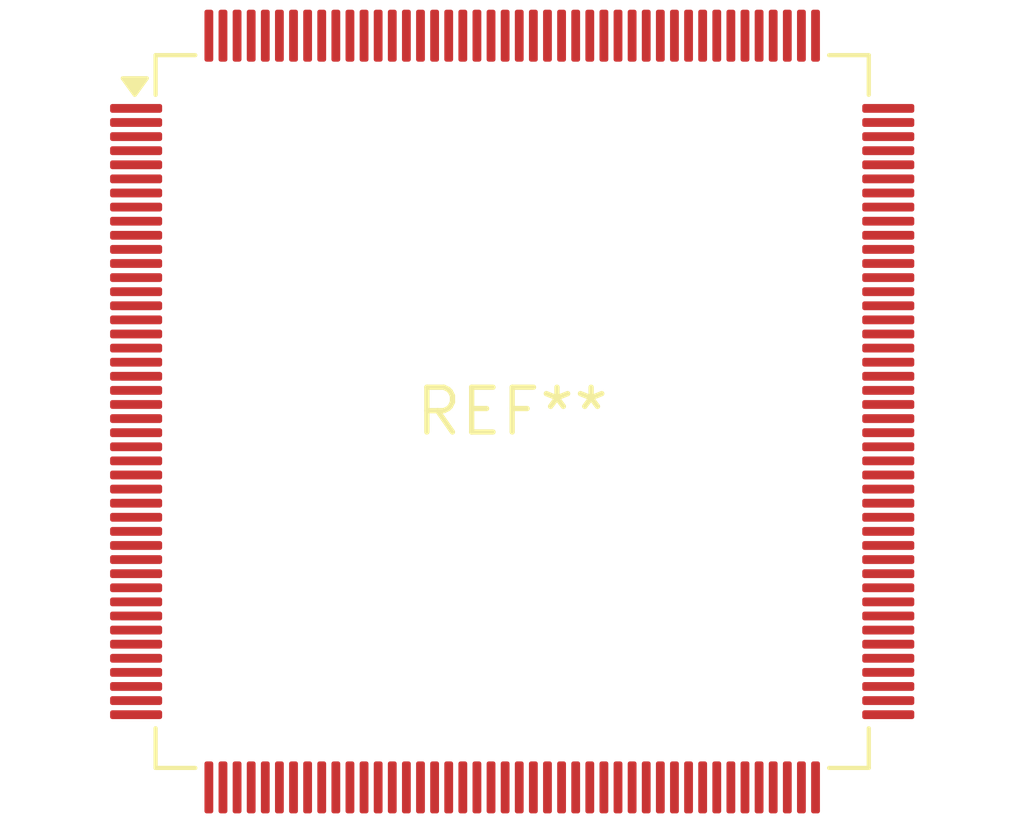
<source format=kicad_pcb>
(kicad_pcb (version 20240108) (generator pcbnew)
  (layers (0 "F.Cu" signal) (31 "B.Cu" signal) (34 "B.Paste" user) (35 "F.Paste" user) (36 "B.SilkS" user "B.Silkscreen") (37 "F.SilkS" user "F.Silkscreen") (38 "B.Mask" user) (39 "F.Mask" user) (44 "Edge.Cuts" user))
  (net 0 "")
  (footprint "VQFP-176_20x20mm_P0.4mm" (layer "F.Cu") (at 0 0)
    (property "Reference" "REF**")
    (property "Value" "VQFP-176_20x20mm_P0.4mm")
    (fp_line (start -10.11 -10.11) (end -10.11 -8.985) (layer "F.SilkS") (stroke (width 0.12)))
    (fp_line (start -10.11 10.11) (end -10.11 8.985) (layer "F.SilkS") (stroke (width 0.12)))
    (fp_line (start -8.985 -10.11) (end -10.11 -10.11) (layer "F.SilkS") (stroke (width 0.12)))
    (fp_line (start -8.985 10.11) (end -10.11 10.11) (layer "F.SilkS") (stroke (width 0.12)))
    (fp_line (start 8.985 -10.11) (end 10.11 -10.11) (layer "F.SilkS") (stroke (width 0.12)))
    (fp_line (start 8.985 10.11) (end 10.11 10.11) (layer "F.SilkS") (stroke (width 0.12)))
    (fp_line (start 10.11 -10.11) (end 10.11 -8.985) (layer "F.SilkS") (stroke (width 0.12)))
    (fp_line (start 10.11 10.11) (end 10.11 8.985) (layer "F.SilkS") (stroke (width 0.12)))
    (fp_poly (pts (xy -10.7 -8.985) (xy -11.04 -9.455) (xy -10.36 -9.455) (xy -10.7 -8.985)) (layer "F.SilkS") (stroke (width 0.12)) (fill solid))
    (pad "1" smd roundrect (at -10.6625 -8.6) (size 1.475 0.25) (layers "F.Cu" "F.Paste" "F.Mask"))
    (pad "2" smd roundrect (at -10.6625 -8.2) (size 1.475 0.25) (layers "F.Cu" "F.Paste" "F.Mask"))
    (pad "3" smd roundrect (at -10.6625 -7.8) (size 1.475 0.25) (layers "F.Cu" "F.Paste" "F.Mask"))
    (pad "4" smd roundrect (at -10.6625 -7.4) (size 1.475 0.25) (layers "F.Cu" "F.Paste" "F.Mask"))
    (pad "5" smd roundrect (at -10.6625 -7) (size 1.475 0.25) (layers "F.Cu" "F.Paste" "F.Mask"))
    (pad "6" smd roundrect (at -10.6625 -6.6) (size 1.475 0.25) (layers "F.Cu" "F.Paste" "F.Mask"))
    (pad "7" smd roundrect (at -10.6625 -6.2) (size 1.475 0.25) (layers "F.Cu" "F.Paste" "F.Mask"))
    (pad "8" smd roundrect (at -10.6625 -5.8) (size 1.475 0.25) (layers "F.Cu" "F.Paste" "F.Mask"))
    (pad "9" smd roundrect (at -10.6625 -5.4) (size 1.475 0.25) (layers "F.Cu" "F.Paste" "F.Mask"))
    (pad "10" smd roundrect (at -10.6625 -5) (size 1.475 0.25) (layers "F.Cu" "F.Paste" "F.Mask"))
    (pad "11" smd roundrect (at -10.6625 -4.6) (size 1.475 0.25) (layers "F.Cu" "F.Paste" "F.Mask"))
    (pad "12" smd roundrect (at -10.6625 -4.2) (size 1.475 0.25) (layers "F.Cu" "F.Paste" "F.Mask"))
    (pad "13" smd roundrect (at -10.6625 -3.8) (size 1.475 0.25) (layers "F.Cu" "F.Paste" "F.Mask"))
    (pad "14" smd roundrect (at -10.6625 -3.4) (size 1.475 0.25) (layers "F.Cu" "F.Paste" "F.Mask"))
    (pad "15" smd roundrect (at -10.6625 -3) (size 1.475 0.25) (layers "F.Cu" "F.Paste" "F.Mask"))
    (pad "16" smd roundrect (at -10.6625 -2.6) (size 1.475 0.25) (layers "F.Cu" "F.Paste" "F.Mask"))
    (pad "17" smd roundrect (at -10.6625 -2.2) (size 1.475 0.25) (layers "F.Cu" "F.Paste" "F.Mask"))
    (pad "18" smd roundrect (at -10.6625 -1.8) (size 1.475 0.25) (layers "F.Cu" "F.Paste" "F.Mask"))
    (pad "19" smd roundrect (at -10.6625 -1.4) (size 1.475 0.25) (layers "F.Cu" "F.Paste" "F.Mask"))
    (pad "20" smd roundrect (at -10.6625 -1) (size 1.475 0.25) (layers "F.Cu" "F.Paste" "F.Mask"))
    (pad "21" smd roundrect (at -10.6625 -0.6) (size 1.475 0.25) (layers "F.Cu" "F.Paste" "F.Mask"))
    (pad "22" smd roundrect (at -10.6625 -0.2) (size 1.475 0.25) (layers "F.Cu" "F.Paste" "F.Mask"))
    (pad "23" smd roundrect (at -10.6625 0.2) (size 1.475 0.25) (layers "F.Cu" "F.Paste" "F.Mask"))
    (pad "24" smd roundrect (at -10.6625 0.6) (size 1.475 0.25) (layers "F.Cu" "F.Paste" "F.Mask"))
    (pad "25" smd roundrect (at -10.6625 1) (size 1.475 0.25) (layers "F.Cu" "F.Paste" "F.Mask"))
    (pad "26" smd roundrect (at -10.6625 1.4) (size 1.475 0.25) (layers "F.Cu" "F.Paste" "F.Mask"))
    (pad "27" smd roundrect (at -10.6625 1.8) (size 1.475 0.25) (layers "F.Cu" "F.Paste" "F.Mask"))
    (pad "28" smd roundrect (at -10.6625 2.2) (size 1.475 0.25) (layers "F.Cu" "F.Paste" "F.Mask"))
    (pad "29" smd roundrect (at -10.6625 2.6) (size 1.475 0.25) (layers "F.Cu" "F.Paste" "F.Mask"))
    (pad "30" smd roundrect (at -10.6625 3) (size 1.475 0.25) (layers "F.Cu" "F.Paste" "F.Mask"))
    (pad "31" smd roundrect (at -10.6625 3.4) (size 1.475 0.25) (layers "F.Cu" "F.Paste" "F.Mask"))
    (pad "32" smd roundrect (at -10.6625 3.8) (size 1.475 0.25) (layers "F.Cu" "F.Paste" "F.Mask"))
    (pad "33" smd roundrect (at -10.6625 4.2) (size 1.475 0.25) (layers "F.Cu" "F.Paste" "F.Mask"))
    (pad "34" smd roundrect (at -10.6625 4.6) (size 1.475 0.25) (layers "F.Cu" "F.Paste" "F.Mask"))
    (pad "35" smd roundrect (at -10.6625 5) (size 1.475 0.25) (layers "F.Cu" "F.Paste" "F.Mask"))
    (pad "36" smd roundrect (at -10.6625 5.4) (size 1.475 0.25) (layers "F.Cu" "F.Paste" "F.Mask"))
    (pad "37" smd roundrect (at -10.6625 5.8) (size 1.475 0.25) (layers "F.Cu" "F.Paste" "F.Mask"))
    (pad "38" smd roundrect (at -10.6625 6.2) (size 1.475 0.25) (layers "F.Cu" "F.Paste" "F.Mask"))
    (pad "39" smd roundrect (at -10.6625 6.6) (size 1.475 0.25) (layers "F.Cu" "F.Paste" "F.Mask"))
    (pad "40" smd roundrect (at -10.6625 7) (size 1.475 0.25) (layers "F.Cu" "F.Paste" "F.Mask"))
    (pad "41" smd roundrect (at -10.6625 7.4) (size 1.475 0.25) (layers "F.Cu" "F.Paste" "F.Mask"))
    (pad "42" smd roundrect (at -10.6625 7.8) (size 1.475 0.25) (layers "F.Cu" "F.Paste" "F.Mask"))
    (pad "43" smd roundrect (at -10.6625 8.2) (size 1.475 0.25) (layers "F.Cu" "F.Paste" "F.Mask"))
    (pad "44" smd roundrect (at -10.6625 8.6) (size 1.475 0.25) (layers "F.Cu" "F.Paste" "F.Mask"))
    (pad "45" smd roundrect (at -8.6 10.6625) (size 0.25 1.475) (layers "F.Cu" "F.Paste" "F.Mask"))
    (pad "46" smd roundrect (at -8.2 10.6625) (size 0.25 1.475) (layers "F.Cu" "F.Paste" "F.Mask"))
    (pad "47" smd roundrect (at -7.8 10.6625) (size 0.25 1.475) (layers "F.Cu" "F.Paste" "F.Mask"))
    (pad "48" smd roundrect (at -7.4 10.6625) (size 0.25 1.475) (layers "F.Cu" "F.Paste" "F.Mask"))
    (pad "49" smd roundrect (at -7 10.6625) (size 0.25 1.475) (layers "F.Cu" "F.Paste" "F.Mask"))
    (pad "50" smd roundrect (at -6.6 10.6625) (size 0.25 1.475) (layers "F.Cu" "F.Paste" "F.Mask"))
    (pad "51" smd roundrect (at -6.2 10.6625) (size 0.25 1.475) (layers "F.Cu" "F.Paste" "F.Mask"))
    (pad "52" smd roundrect (at -5.8 10.6625) (size 0.25 1.475) (layers "F.Cu" "F.Paste" "F.Mask"))
    (pad "53" smd roundrect (at -5.4 10.6625) (size 0.25 1.475) (layers "F.Cu" "F.Paste" "F.Mask"))
    (pad "54" smd roundrect (at -5 10.6625) (size 0.25 1.475) (layers "F.Cu" "F.Paste" "F.Mask"))
    (pad "55" smd roundrect (at -4.6 10.6625) (size 0.25 1.475) (layers "F.Cu" "F.Paste" "F.Mask"))
    (pad "56" smd roundrect (at -4.2 10.6625) (size 0.25 1.475) (layers "F.Cu" "F.Paste" "F.Mask"))
    (pad "57" smd roundrect (at -3.8 10.6625) (size 0.25 1.475) (layers "F.Cu" "F.Paste" "F.Mask"))
    (pad "58" smd roundrect (at -3.4 10.6625) (size 0.25 1.475) (layers "F.Cu" "F.Paste" "F.Mask"))
    (pad "59" smd roundrect (at -3 10.6625) (size 0.25 1.475) (layers "F.Cu" "F.Paste" "F.Mask"))
    (pad "60" smd roundrect (at -2.6 10.6625) (size 0.25 1.475) (layers "F.Cu" "F.Paste" "F.Mask"))
    (pad "61" smd roundrect (at -2.2 10.6625) (size 0.25 1.475) (layers "F.Cu" "F.Paste" "F.Mask"))
    (pad "62" smd roundrect (at -1.8 10.6625) (size 0.25 1.475) (layers "F.Cu" "F.Paste" "F.Mask"))
    (pad "63" smd roundrect (at -1.4 10.6625) (size 0.25 1.475) (layers "F.Cu" "F.Paste" "F.Mask"))
    (pad "64" smd roundrect (at -1 10.6625) (size 0.25 1.475) (layers "F.Cu" "F.Paste" "F.Mask"))
    (pad "65" smd roundrect (at -0.6 10.6625) (size 0.25 1.475) (layers "F.Cu" "F.Paste" "F.Mask"))
    (pad "66" smd roundrect (at -0.2 10.6625) (size 0.25 1.475) (layers "F.Cu" "F.Paste" "F.Mask"))
    (pad "67" smd roundrect (at 0.2 10.6625) (size 0.25 1.475) (layers "F.Cu" "F.Paste" "F.Mask"))
    (pad "68" smd roundrect (at 0.6 10.6625) (size 0.25 1.475) (layers "F.Cu" "F.Paste" "F.Mask"))
    (pad "69" smd roundrect (at 1 10.6625) (size 0.25 1.475) (layers "F.Cu" "F.Paste" "F.Mask"))
    (pad "70" smd roundrect (at 1.4 10.6625) (size 0.25 1.475) (layers "F.Cu" "F.Paste" "F.Mask"))
    (pad "71" smd roundrect (at 1.8 10.6625) (size 0.25 1.475) (layers "F.Cu" "F.Paste" "F.Mask"))
    (pad "72" smd roundrect (at 2.2 10.6625) (size 0.25 1.475) (layers "F.Cu" "F.Paste" "F.Mask"))
    (pad "73" smd roundrect (at 2.6 10.6625) (size 0.25 1.475) (layers "F.Cu" "F.Paste" "F.Mask"))
    (pad "74" smd roundrect (at 3 10.6625) (size 0.25 1.475) (layers "F.Cu" "F.Paste" "F.Mask"))
    (pad "75" smd roundrect (at 3.4 10.6625) (size 0.25 1.475) (layers "F.Cu" "F.Paste" "F.Mask"))
    (pad "76" smd roundrect (at 3.8 10.6625) (size 0.25 1.475) (layers "F.Cu" "F.Paste" "F.Mask"))
    (pad "77" smd roundrect (at 4.2 10.6625) (size 0.25 1.475) (layers "F.Cu" "F.Paste" "F.Mask"))
    (pad "78" smd roundrect (at 4.6 10.6625) (size 0.25 1.475) (layers "F.Cu" "F.Paste" "F.Mask"))
    (pad "79" smd roundrect (at 5 10.6625) (size 0.25 1.475) (layers "F.Cu" "F.Paste" "F.Mask"))
    (pad "80" smd roundrect (at 5.4 10.6625) (size 0.25 1.475) (layers "F.Cu" "F.Paste" "F.Mask"))
    (pad "81" smd roundrect (at 5.8 10.6625) (size 0.25 1.475) (layers "F.Cu" "F.Paste" "F.Mask"))
    (pad "82" smd roundrect (at 6.2 10.6625) (size 0.25 1.475) (layers "F.Cu" "F.Paste" "F.Mask"))
    (pad "83" smd roundrect (at 6.6 10.6625) (size 0.25 1.475) (layers "F.Cu" "F.Paste" "F.Mask"))
    (pad "84" smd roundrect (at 7 10.6625) (size 0.25 1.475) (layers "F.Cu" "F.Paste" "F.Mask"))
    (pad "85" smd roundrect (at 7.4 10.6625) (size 0.25 1.475) (layers "F.Cu" "F.Paste" "F.Mask"))
    (pad "86" smd roundrect (at 7.8 10.6625) (size 0.25 1.475) (layers "F.Cu" "F.Paste" "F.Mask"))
    (pad "87" smd roundrect (at 8.2 10.6625) (size 0.25 1.475) (layers "F.Cu" "F.Paste" "F.Mask"))
    (pad "88" smd roundrect (at 8.6 10.6625) (size 0.25 1.475) (layers "F.Cu" "F.Paste" "F.Mask"))
    (pad "89" smd roundrect (at 10.6625 8.6) (size 1.475 0.25) (layers "F.Cu" "F.Paste" "F.Mask"))
    (pad "90" smd roundrect (at 10.6625 8.2) (size 1.475 0.25) (layers "F.Cu" "F.Paste" "F.Mask"))
    (pad "91" smd roundrect (at 10.6625 7.8) (size 1.475 0.25) (layers "F.Cu" "F.Paste" "F.Mask"))
    (pad "92" smd roundrect (at 10.6625 7.4) (size 1.475 0.25) (layers "F.Cu" "F.Paste" "F.Mask"))
    (pad "93" smd roundrect (at 10.6625 7) (size 1.475 0.25) (layers "F.Cu" "F.Paste" "F.Mask"))
    (pad "94" smd roundrect (at 10.6625 6.6) (size 1.475 0.25) (layers "F.Cu" "F.Paste" "F.Mask"))
    (pad "95" smd roundrect (at 10.6625 6.2) (size 1.475 0.25) (layers "F.Cu" "F.Paste" "F.Mask"))
    (pad "96" smd roundrect (at 10.6625 5.8) (size 1.475 0.25) (layers "F.Cu" "F.Paste" "F.Mask"))
    (pad "97" smd roundrect (at 10.6625 5.4) (size 1.475 0.25) (layers "F.Cu" "F.Paste" "F.Mask"))
    (pad "98" smd roundrect (at 10.6625 5) (size 1.475 0.25) (layers "F.Cu" "F.Paste" "F.Mask"))
    (pad "99" smd roundrect (at 10.6625 4.6) (size 1.475 0.25) (layers "F.Cu" "F.Paste" "F.Mask"))
    (pad "100" smd roundrect (at 10.6625 4.2) (size 1.475 0.25) (layers "F.Cu" "F.Paste" "F.Mask"))
    (pad "101" smd roundrect (at 10.6625 3.8) (size 1.475 0.25) (layers "F.Cu" "F.Paste" "F.Mask"))
    (pad "102" smd roundrect (at 10.6625 3.4) (size 1.475 0.25) (layers "F.Cu" "F.Paste" "F.Mask"))
    (pad "103" smd roundrect (at 10.6625 3) (size 1.475 0.25) (layers "F.Cu" "F.Paste" "F.Mask"))
    (pad "104" smd roundrect (at 10.6625 2.6) (size 1.475 0.25) (layers "F.Cu" "F.Paste" "F.Mask"))
    (pad "105" smd roundrect (at 10.6625 2.2) (size 1.475 0.25) (layers "F.Cu" "F.Paste" "F.Mask"))
    (pad "106" smd roundrect (at 10.6625 1.8) (size 1.475 0.25) (layers "F.Cu" "F.Paste" "F.Mask"))
    (pad "107" smd roundrect (at 10.6625 1.4) (size 1.475 0.25) (layers "F.Cu" "F.Paste" "F.Mask"))
    (pad "108" smd roundrect (at 10.6625 1) (size 1.475 0.25) (layers "F.Cu" "F.Paste" "F.Mask"))
    (pad "109" smd roundrect (at 10.6625 0.6) (size 1.475 0.25) (layers "F.Cu" "F.Paste" "F.Mask"))
    (pad "110" smd roundrect (at 10.6625 0.2) (size 1.475 0.25) (layers "F.Cu" "F.Paste" "F.Mask"))
    (pad "111" smd roundrect (at 10.6625 -0.2) (size 1.475 0.25) (layers "F.Cu" "F.Paste" "F.Mask"))
    (pad "112" smd roundrect (at 10.6625 -0.6) (size 1.475 0.25) (layers "F.Cu" "F.Paste" "F.Mask"))
    (pad "113" smd roundrect (at 10.6625 -1) (size 1.475 0.25) (layers "F.Cu" "F.Paste" "F.Mask"))
    (pad "114" smd roundrect (at 10.6625 -1.4) (size 1.475 0.25) (layers "F.Cu" "F.Paste" "F.Mask"))
    (pad "115" smd roundrect (at 10.6625 -1.8) (size 1.475 0.25) (layers "F.Cu" "F.Paste" "F.Mask"))
    (pad "116" smd roundrect (at 10.6625 -2.2) (size 1.475 0.25) (layers "F.Cu" "F.Paste" "F.Mask"))
    (pad "117" smd roundrect (at 10.6625 -2.6) (size 1.475 0.25) (layers "F.Cu" "F.Paste" "F.Mask"))
    (pad "118" smd roundrect (at 10.6625 -3) (size 1.475 0.25) (layers "F.Cu" "F.Paste" "F.Mask"))
    (pad "119" smd roundrect (at 10.6625 -3.4) (size 1.475 0.25) (layers "F.Cu" "F.Paste" "F.Mask"))
    (pad "120" smd roundrect (at 10.6625 -3.8) (size 1.475 0.25) (layers "F.Cu" "F.Paste" "F.Mask"))
    (pad "121" smd roundrect (at 10.6625 -4.2) (size 1.475 0.25) (layers "F.Cu" "F.Paste" "F.Mask"))
    (pad "122" smd roundrect (at 10.6625 -4.6) (size 1.475 0.25) (layers "F.Cu" "F.Paste" "F.Mask"))
    (pad "123" smd roundrect (at 10.6625 -5) (size 1.475 0.25) (layers "F.Cu" "F.Paste" "F.Mask"))
    (pad "124" smd roundrect (at 10.6625 -5.4) (size 1.475 0.25) (layers "F.Cu" "F.Paste" "F.Mask"))
    (pad "125" smd roundrect (at 10.6625 -5.8) (size 1.475 0.25) (layers "F.Cu" "F.Paste" "F.Mask"))
    (pad "126" smd roundrect (at 10.6625 -6.2) (size 1.475 0.25) (layers "F.Cu" "F.Paste" "F.Mask"))
    (pad "127" smd roundrect (at 10.6625 -6.6) (size 1.475 0.25) (layers "F.Cu" "F.Paste" "F.Mask"))
    (pad "128" smd roundrect (at 10.6625 -7) (size 1.475 0.25) (layers "F.Cu" "F.Paste" "F.Mask"))
    (pad "129" smd roundrect (at 10.6625 -7.4) (size 1.475 0.25) (layers "F.Cu" "F.Paste" "F.Mask"))
    (pad "130" smd roundrect (at 10.6625 -7.8) (size 1.475 0.25) (layers "F.Cu" "F.Paste" "F.Mask"))
    (pad "131" smd roundrect (at 10.6625 -8.2) (size 1.475 0.25) (layers "F.Cu" "F.Paste" "F.Mask"))
    (pad "132" smd roundrect (at 10.6625 -8.6) (size 1.475 0.25) (layers "F.Cu" "F.Paste" "F.Mask"))
    (pad "133" smd roundrect (at 8.6 -10.6625) (size 0.25 1.475) (layers "F.Cu" "F.Paste" "F.Mask"))
    (pad "134" smd roundrect (at 8.2 -10.6625) (size 0.25 1.475) (layers "F.Cu" "F.Paste" "F.Mask"))
    (pad "135" smd roundrect (at 7.8 -10.6625) (size 0.25 1.475) (layers "F.Cu" "F.Paste" "F.Mask"))
    (pad "136" smd roundrect (at 7.4 -10.6625) (size 0.25 1.475) (layers "F.Cu" "F.Paste" "F.Mask"))
    (pad "137" smd roundrect (at 7 -10.6625) (size 0.25 1.475) (layers "F.Cu" "F.Paste" "F.Mask"))
    (pad "138" smd roundrect (at 6.6 -10.6625) (size 0.25 1.475) (layers "F.Cu" "F.Paste" "F.Mask"))
    (pad "139" smd roundrect (at 6.2 -10.6625) (size 0.25 1.475) (layers "F.Cu" "F.Paste" "F.Mask"))
    (pad "140" smd roundrect (at 5.8 -10.6625) (size 0.25 1.475) (layers "F.Cu" "F.Paste" "F.Mask"))
    (pad "141" smd roundrect (at 5.4 -10.6625) (size 0.25 1.475) (layers "F.Cu" "F.Paste" "F.Mask"))
    (pad "142" smd roundrect (at 5 -10.6625) (size 0.25 1.475) (layers "F.Cu" "F.Paste" "F.Mask"))
    (pad "143" smd roundrect (at 4.6 -10.6625) (size 0.25 1.475) (layers "F.Cu" "F.Paste" "F.Mask"))
    (pad "144" smd roundrect (at 4.2 -10.6625) (size 0.25 1.475) (layers "F.Cu" "F.Paste" "F.Mask"))
    (pad "145" smd roundrect (at 3.8 -10.6625) (size 0.25 1.475) (layers "F.Cu" "F.Paste" "F.Mask"))
    (pad "146" smd roundrect (at 3.4 -10.6625) (size 0.25 1.475) (layers "F.Cu" "F.Paste" "F.Mask"))
    (pad "147" smd roundrect (at 3 -10.6625) (size 0.25 1.475) (layers "F.Cu" "F.Paste" "F.Mask"))
    (pad "148" smd roundrect (at 2.6 -10.6625) (size 0.25 1.475) (layers "F.Cu" "F.Paste" "F.Mask"))
    (pad "149" smd roundrect (at 2.2 -10.6625) (size 0.25 1.475) (layers "F.Cu" "F.Paste" "F.Mask"))
    (pad "150" smd roundrect (at 1.8 -10.6625) (size 0.25 1.475) (layers "F.Cu" "F.Paste" "F.Mask"))
    (pad "151" smd roundrect (at 1.4 -10.6625) (size 0.25 1.475) (layers "F.Cu" "F.Paste" "F.Mask"))
    (pad "152" smd roundrect (at 1 -10.6625) (size 0.25 1.475) (layers "F.Cu" "F.Paste" "F.Mask"))
    (pad "153" smd roundrect (at 0.6 -10.6625) (size 0.25 1.475) (layers "F.Cu" "F.Paste" "F.Mask"))
    (pad "154" smd roundrect (at 0.2 -10.6625) (size 0.25 1.475) (layers "F.Cu" "F.Paste" "F.Mask"))
    (pad "155" smd roundrect (at -0.2 -10.6625) (size 0.25 1.475) (layers "F.Cu" "F.Paste" "F.Mask"))
    (pad "156" smd roundrect (at -0.6 -10.6625) (size 0.25 1.475) (layers "F.Cu" "F.Paste" "F.Mask"))
    (pad "157" smd roundrect (at -1 -10.6625) (size 0.25 1.475) (layers "F.Cu" "F.Paste" "F.Mask"))
    (pad "158" smd roundrect (at -1.4 -10.6625) (size 0.25 1.475) (layers "F.Cu" "F.Paste" "F.Mask"))
    (pad "159" smd roundrect (at -1.8 -10.6625) (size 0.25 1.475) (layers "F.Cu" "F.Paste" "F.Mask"))
    (pad "160" smd roundrect (at -2.2 -10.6625) (size 0.25 1.475) (layers "F.Cu" "F.Paste" "F.Mask"))
    (pad "161" smd roundrect (at -2.6 -10.6625) (size 0.25 1.475) (layers "F.Cu" "F.Paste" "F.Mask"))
    (pad "162" smd roundrect (at -3 -10.6625) (size 0.25 1.475) (layers "F.Cu" "F.Paste" "F.Mask"))
    (pad "163" smd roundrect (at -3.4 -10.6625) (size 0.25 1.475) (layers "F.Cu" "F.Paste" "F.Mask"))
    (pad "164" smd roundrect (at -3.8 -10.6625) (size 0.25 1.475) (layers "F.Cu" "F.Paste" "F.Mask"))
    (pad "165" smd roundrect (at -4.2 -10.6625) (size 0.25 1.475) (layers "F.Cu" "F.Paste" "F.Mask"))
    (pad "166" smd roundrect (at -4.6 -10.6625) (size 0.25 1.475) (layers "F.Cu" "F.Paste" "F.Mask"))
    (pad "167" smd roundrect (at -5 -10.6625) (size 0.25 1.475) (layers "F.Cu" "F.Paste" "F.Mask"))
    (pad "168" smd roundrect (at -5.4 -10.6625) (size 0.25 1.475) (layers "F.Cu" "F.Paste" "F.Mask"))
    (pad "169" smd roundrect (at -5.8 -10.6625) (size 0.25 1.475) (layers "F.Cu" "F.Paste" "F.Mask"))
    (pad "170" smd roundrect (at -6.2 -10.6625) (size 0.25 1.475) (layers "F.Cu" "F.Paste" "F.Mask"))
    (pad "171" smd roundrect (at -6.6 -10.6625) (size 0.25 1.475) (layers "F.Cu" "F.Paste" "F.Mask"))
    (pad "172" smd roundrect (at -7 -10.6625) (size 0.25 1.475) (layers "F.Cu" "F.Paste" "F.Mask"))
    (pad "173" smd roundrect (at -7.4 -10.6625) (size 0.25 1.475) (layers "F.Cu" "F.Paste" "F.Mask"))
    (pad "174" smd roundrect (at -7.8 -10.6625) (size 0.25 1.475) (layers "F.Cu" "F.Paste" "F.Mask"))
    (pad "175" smd roundrect (at -8.2 -10.6625) (size 0.25 1.475) (layers "F.Cu" "F.Paste" "F.Mask"))
    (pad "176" smd roundrect (at -8.6 -10.6625) (size 0.25 1.475) (layers "F.Cu" "F.Paste" "F.Mask"))
  )
)
</source>
